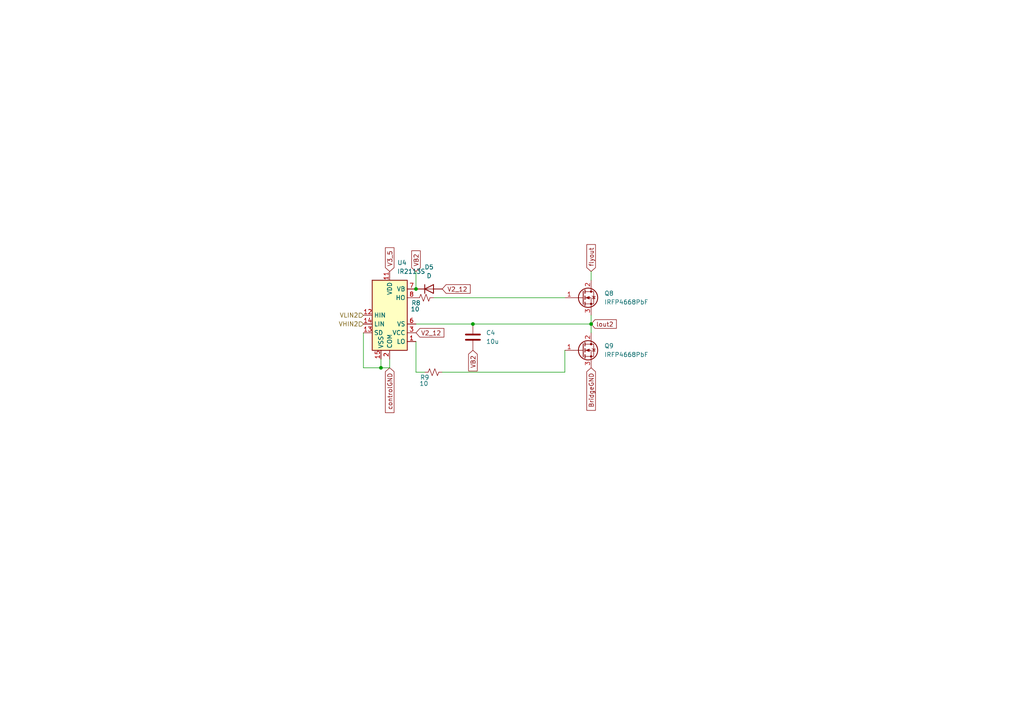
<source format=kicad_sch>
(kicad_sch
	(version 20231120)
	(generator "eeschema")
	(generator_version "8.0")
	(uuid "21237642-0fb2-4c9d-9a79-a382abbf03e9")
	(paper "A4")
	(lib_symbols
		(symbol "Device:C"
			(pin_numbers hide)
			(pin_names
				(offset 0.254)
			)
			(exclude_from_sim no)
			(in_bom yes)
			(on_board yes)
			(property "Reference" "C"
				(at 0.635 2.54 0)
				(effects
					(font
						(size 1.27 1.27)
					)
					(justify left)
				)
			)
			(property "Value" "C"
				(at 0.635 -2.54 0)
				(effects
					(font
						(size 1.27 1.27)
					)
					(justify left)
				)
			)
			(property "Footprint" ""
				(at 0.9652 -3.81 0)
				(effects
					(font
						(size 1.27 1.27)
					)
					(hide yes)
				)
			)
			(property "Datasheet" "~"
				(at 0 0 0)
				(effects
					(font
						(size 1.27 1.27)
					)
					(hide yes)
				)
			)
			(property "Description" "Unpolarized capacitor"
				(at 0 0 0)
				(effects
					(font
						(size 1.27 1.27)
					)
					(hide yes)
				)
			)
			(property "ki_keywords" "cap capacitor"
				(at 0 0 0)
				(effects
					(font
						(size 1.27 1.27)
					)
					(hide yes)
				)
			)
			(property "ki_fp_filters" "C_*"
				(at 0 0 0)
				(effects
					(font
						(size 1.27 1.27)
					)
					(hide yes)
				)
			)
			(symbol "C_0_1"
				(polyline
					(pts
						(xy -2.032 -0.762) (xy 2.032 -0.762)
					)
					(stroke
						(width 0.508)
						(type default)
					)
					(fill
						(type none)
					)
				)
				(polyline
					(pts
						(xy -2.032 0.762) (xy 2.032 0.762)
					)
					(stroke
						(width 0.508)
						(type default)
					)
					(fill
						(type none)
					)
				)
			)
			(symbol "C_1_1"
				(pin passive line
					(at 0 3.81 270)
					(length 2.794)
					(name "~"
						(effects
							(font
								(size 1.27 1.27)
							)
						)
					)
					(number "1"
						(effects
							(font
								(size 1.27 1.27)
							)
						)
					)
				)
				(pin passive line
					(at 0 -3.81 90)
					(length 2.794)
					(name "~"
						(effects
							(font
								(size 1.27 1.27)
							)
						)
					)
					(number "2"
						(effects
							(font
								(size 1.27 1.27)
							)
						)
					)
				)
			)
		)
		(symbol "Device:D"
			(pin_numbers hide)
			(pin_names
				(offset 1.016) hide)
			(exclude_from_sim no)
			(in_bom yes)
			(on_board yes)
			(property "Reference" "D"
				(at 0 2.54 0)
				(effects
					(font
						(size 1.27 1.27)
					)
				)
			)
			(property "Value" "D"
				(at 0 -2.54 0)
				(effects
					(font
						(size 1.27 1.27)
					)
				)
			)
			(property "Footprint" ""
				(at 0 0 0)
				(effects
					(font
						(size 1.27 1.27)
					)
					(hide yes)
				)
			)
			(property "Datasheet" "~"
				(at 0 0 0)
				(effects
					(font
						(size 1.27 1.27)
					)
					(hide yes)
				)
			)
			(property "Description" "Diode"
				(at 0 0 0)
				(effects
					(font
						(size 1.27 1.27)
					)
					(hide yes)
				)
			)
			(property "Sim.Device" "D"
				(at 0 0 0)
				(effects
					(font
						(size 1.27 1.27)
					)
					(hide yes)
				)
			)
			(property "Sim.Pins" "1=K 2=A"
				(at 0 0 0)
				(effects
					(font
						(size 1.27 1.27)
					)
					(hide yes)
				)
			)
			(property "ki_keywords" "diode"
				(at 0 0 0)
				(effects
					(font
						(size 1.27 1.27)
					)
					(hide yes)
				)
			)
			(property "ki_fp_filters" "TO-???* *_Diode_* *SingleDiode* D_*"
				(at 0 0 0)
				(effects
					(font
						(size 1.27 1.27)
					)
					(hide yes)
				)
			)
			(symbol "D_0_1"
				(polyline
					(pts
						(xy -1.27 1.27) (xy -1.27 -1.27)
					)
					(stroke
						(width 0.254)
						(type default)
					)
					(fill
						(type none)
					)
				)
				(polyline
					(pts
						(xy 1.27 0) (xy -1.27 0)
					)
					(stroke
						(width 0)
						(type default)
					)
					(fill
						(type none)
					)
				)
				(polyline
					(pts
						(xy 1.27 1.27) (xy 1.27 -1.27) (xy -1.27 0) (xy 1.27 1.27)
					)
					(stroke
						(width 0.254)
						(type default)
					)
					(fill
						(type none)
					)
				)
			)
			(symbol "D_1_1"
				(pin passive line
					(at -3.81 0 0)
					(length 2.54)
					(name "K"
						(effects
							(font
								(size 1.27 1.27)
							)
						)
					)
					(number "1"
						(effects
							(font
								(size 1.27 1.27)
							)
						)
					)
				)
				(pin passive line
					(at 3.81 0 180)
					(length 2.54)
					(name "A"
						(effects
							(font
								(size 1.27 1.27)
							)
						)
					)
					(number "2"
						(effects
							(font
								(size 1.27 1.27)
							)
						)
					)
				)
			)
		)
		(symbol "Device:R_Small_US"
			(pin_numbers hide)
			(pin_names
				(offset 0.254) hide)
			(exclude_from_sim no)
			(in_bom yes)
			(on_board yes)
			(property "Reference" "R"
				(at 0.762 0.508 0)
				(effects
					(font
						(size 1.27 1.27)
					)
					(justify left)
				)
			)
			(property "Value" "R_Small_US"
				(at 0.762 -1.016 0)
				(effects
					(font
						(size 1.27 1.27)
					)
					(justify left)
				)
			)
			(property "Footprint" ""
				(at 0 0 0)
				(effects
					(font
						(size 1.27 1.27)
					)
					(hide yes)
				)
			)
			(property "Datasheet" "~"
				(at 0 0 0)
				(effects
					(font
						(size 1.27 1.27)
					)
					(hide yes)
				)
			)
			(property "Description" "Resistor, small US symbol"
				(at 0 0 0)
				(effects
					(font
						(size 1.27 1.27)
					)
					(hide yes)
				)
			)
			(property "ki_keywords" "r resistor"
				(at 0 0 0)
				(effects
					(font
						(size 1.27 1.27)
					)
					(hide yes)
				)
			)
			(property "ki_fp_filters" "R_*"
				(at 0 0 0)
				(effects
					(font
						(size 1.27 1.27)
					)
					(hide yes)
				)
			)
			(symbol "R_Small_US_1_1"
				(polyline
					(pts
						(xy 0 0) (xy 1.016 -0.381) (xy 0 -0.762) (xy -1.016 -1.143) (xy 0 -1.524)
					)
					(stroke
						(width 0)
						(type default)
					)
					(fill
						(type none)
					)
				)
				(polyline
					(pts
						(xy 0 1.524) (xy 1.016 1.143) (xy 0 0.762) (xy -1.016 0.381) (xy 0 0)
					)
					(stroke
						(width 0)
						(type default)
					)
					(fill
						(type none)
					)
				)
				(pin passive line
					(at 0 2.54 270)
					(length 1.016)
					(name "~"
						(effects
							(font
								(size 1.27 1.27)
							)
						)
					)
					(number "1"
						(effects
							(font
								(size 1.27 1.27)
							)
						)
					)
				)
				(pin passive line
					(at 0 -2.54 90)
					(length 1.016)
					(name "~"
						(effects
							(font
								(size 1.27 1.27)
							)
						)
					)
					(number "2"
						(effects
							(font
								(size 1.27 1.27)
							)
						)
					)
				)
			)
		)
		(symbol "Driver_FET:IR2113S"
			(exclude_from_sim no)
			(in_bom yes)
			(on_board yes)
			(property "Reference" "U"
				(at 1.27 13.335 0)
				(effects
					(font
						(size 1.27 1.27)
					)
					(justify left)
				)
			)
			(property "Value" "IR2113S"
				(at 1.27 11.43 0)
				(effects
					(font
						(size 1.27 1.27)
					)
					(justify left)
				)
			)
			(property "Footprint" "Package_SO:SOIC-16W_7.5x10.3mm_P1.27mm"
				(at 0 0 0)
				(effects
					(font
						(size 1.27 1.27)
						(italic yes)
					)
					(hide yes)
				)
			)
			(property "Datasheet" "https://www.infineon.com/dgdl/ir2110.pdf?fileId=5546d462533600a4015355c80333167e"
				(at 0 0 0)
				(effects
					(font
						(size 1.27 1.27)
					)
					(hide yes)
				)
			)
			(property "Description" "High and Low Side Driver, 500V, 2.0/2.0A, SOIC-16W"
				(at 0 0 0)
				(effects
					(font
						(size 1.27 1.27)
					)
					(hide yes)
				)
			)
			(property "ki_keywords" "Gate Driver"
				(at 0 0 0)
				(effects
					(font
						(size 1.27 1.27)
					)
					(hide yes)
				)
			)
			(property "ki_fp_filters" "SOIC*7.5x10.3mm*P1.27mm*"
				(at 0 0 0)
				(effects
					(font
						(size 1.27 1.27)
					)
					(hide yes)
				)
			)
			(symbol "IR2113S_0_1"
				(rectangle
					(start -5.08 -10.16)
					(end 5.08 10.16)
					(stroke
						(width 0.254)
						(type default)
					)
					(fill
						(type background)
					)
				)
			)
			(symbol "IR2113S_1_1"
				(pin output line
					(at 7.62 -7.62 180)
					(length 2.54)
					(name "LO"
						(effects
							(font
								(size 1.27 1.27)
							)
						)
					)
					(number "1"
						(effects
							(font
								(size 1.27 1.27)
							)
						)
					)
				)
				(pin no_connect line
					(at 5.08 2.54 180)
					(length 2.54) hide
					(name "NC"
						(effects
							(font
								(size 1.27 1.27)
							)
						)
					)
					(number "10"
						(effects
							(font
								(size 1.27 1.27)
							)
						)
					)
				)
				(pin power_in line
					(at 0 12.7 270)
					(length 2.54)
					(name "VDD"
						(effects
							(font
								(size 1.27 1.27)
							)
						)
					)
					(number "11"
						(effects
							(font
								(size 1.27 1.27)
							)
						)
					)
				)
				(pin input line
					(at -7.62 0 0)
					(length 2.54)
					(name "HIN"
						(effects
							(font
								(size 1.27 1.27)
							)
						)
					)
					(number "12"
						(effects
							(font
								(size 1.27 1.27)
							)
						)
					)
				)
				(pin input line
					(at -7.62 -5.08 0)
					(length 2.54)
					(name "SD"
						(effects
							(font
								(size 1.27 1.27)
							)
						)
					)
					(number "13"
						(effects
							(font
								(size 1.27 1.27)
							)
						)
					)
				)
				(pin input line
					(at -7.62 -2.54 0)
					(length 2.54)
					(name "LIN"
						(effects
							(font
								(size 1.27 1.27)
							)
						)
					)
					(number "14"
						(effects
							(font
								(size 1.27 1.27)
							)
						)
					)
				)
				(pin power_in line
					(at -2.54 -12.7 90)
					(length 2.54)
					(name "VSS"
						(effects
							(font
								(size 1.27 1.27)
							)
						)
					)
					(number "15"
						(effects
							(font
								(size 1.27 1.27)
							)
						)
					)
				)
				(pin no_connect line
					(at 5.08 0 180)
					(length 2.54) hide
					(name "NC"
						(effects
							(font
								(size 1.27 1.27)
							)
						)
					)
					(number "16"
						(effects
							(font
								(size 1.27 1.27)
							)
						)
					)
				)
				(pin power_in line
					(at 0 -12.7 90)
					(length 2.54)
					(name "COM"
						(effects
							(font
								(size 1.27 1.27)
							)
						)
					)
					(number "2"
						(effects
							(font
								(size 1.27 1.27)
							)
						)
					)
				)
				(pin power_in line
					(at 7.62 -5.08 180)
					(length 2.54)
					(name "VCC"
						(effects
							(font
								(size 1.27 1.27)
							)
						)
					)
					(number "3"
						(effects
							(font
								(size 1.27 1.27)
							)
						)
					)
				)
				(pin no_connect line
					(at -5.08 7.62 0)
					(length 2.54) hide
					(name "NC"
						(effects
							(font
								(size 1.27 1.27)
							)
						)
					)
					(number "4"
						(effects
							(font
								(size 1.27 1.27)
							)
						)
					)
				)
				(pin no_connect line
					(at -5.08 5.08 0)
					(length 2.54) hide
					(name "NC"
						(effects
							(font
								(size 1.27 1.27)
							)
						)
					)
					(number "5"
						(effects
							(font
								(size 1.27 1.27)
							)
						)
					)
				)
				(pin passive line
					(at 7.62 -2.54 180)
					(length 2.54)
					(name "VS"
						(effects
							(font
								(size 1.27 1.27)
							)
						)
					)
					(number "6"
						(effects
							(font
								(size 1.27 1.27)
							)
						)
					)
				)
				(pin passive line
					(at 7.62 7.62 180)
					(length 2.54)
					(name "VB"
						(effects
							(font
								(size 1.27 1.27)
							)
						)
					)
					(number "7"
						(effects
							(font
								(size 1.27 1.27)
							)
						)
					)
				)
				(pin output line
					(at 7.62 5.08 180)
					(length 2.54)
					(name "HO"
						(effects
							(font
								(size 1.27 1.27)
							)
						)
					)
					(number "8"
						(effects
							(font
								(size 1.27 1.27)
							)
						)
					)
				)
				(pin no_connect line
					(at -5.08 2.54 0)
					(length 2.54) hide
					(name "NC"
						(effects
							(font
								(size 1.27 1.27)
							)
						)
					)
					(number "9"
						(effects
							(font
								(size 1.27 1.27)
							)
						)
					)
				)
			)
		)
		(symbol "Transistor_FET:IRFP4668PbF"
			(pin_names hide)
			(exclude_from_sim no)
			(in_bom yes)
			(on_board yes)
			(property "Reference" "Q"
				(at 5.08 1.905 0)
				(effects
					(font
						(size 1.27 1.27)
					)
					(justify left)
				)
			)
			(property "Value" "IRFP4668PbF"
				(at 5.08 0 0)
				(effects
					(font
						(size 1.27 1.27)
					)
					(justify left)
				)
			)
			(property "Footprint" "Package_TO_SOT_THT:TO-247-3_Vertical"
				(at 5.08 -1.905 0)
				(effects
					(font
						(size 1.27 1.27)
						(italic yes)
					)
					(justify left)
					(hide yes)
				)
			)
			(property "Datasheet" "https://www.infineon.com/dgdl/irfp4668pbf.pdf?fileId=5546d462533600a40153562c8528201d"
				(at 5.08 -3.81 0)
				(effects
					(font
						(size 1.27 1.27)
					)
					(justify left)
					(hide yes)
				)
			)
			(property "Description" "130A Id, 200V Vds, N-Channel Power MOSFET, TO-247"
				(at 0 0 0)
				(effects
					(font
						(size 1.27 1.27)
					)
					(hide yes)
				)
			)
			(property "ki_keywords" "N-Channel Power MOSFET"
				(at 0 0 0)
				(effects
					(font
						(size 1.27 1.27)
					)
					(hide yes)
				)
			)
			(property "ki_fp_filters" "TO?247*"
				(at 0 0 0)
				(effects
					(font
						(size 1.27 1.27)
					)
					(hide yes)
				)
			)
			(symbol "IRFP4668PbF_0_1"
				(polyline
					(pts
						(xy 0.254 0) (xy -2.54 0)
					)
					(stroke
						(width 0)
						(type default)
					)
					(fill
						(type none)
					)
				)
				(polyline
					(pts
						(xy 0.254 1.905) (xy 0.254 -1.905)
					)
					(stroke
						(width 0.254)
						(type default)
					)
					(fill
						(type none)
					)
				)
				(polyline
					(pts
						(xy 0.762 -1.27) (xy 0.762 -2.286)
					)
					(stroke
						(width 0.254)
						(type default)
					)
					(fill
						(type none)
					)
				)
				(polyline
					(pts
						(xy 0.762 0.508) (xy 0.762 -0.508)
					)
					(stroke
						(width 0.254)
						(type default)
					)
					(fill
						(type none)
					)
				)
				(polyline
					(pts
						(xy 0.762 2.286) (xy 0.762 1.27)
					)
					(stroke
						(width 0.254)
						(type default)
					)
					(fill
						(type none)
					)
				)
				(polyline
					(pts
						(xy 2.54 2.54) (xy 2.54 1.778)
					)
					(stroke
						(width 0)
						(type default)
					)
					(fill
						(type none)
					)
				)
				(polyline
					(pts
						(xy 2.54 -2.54) (xy 2.54 0) (xy 0.762 0)
					)
					(stroke
						(width 0)
						(type default)
					)
					(fill
						(type none)
					)
				)
				(polyline
					(pts
						(xy 0.762 -1.778) (xy 3.302 -1.778) (xy 3.302 1.778) (xy 0.762 1.778)
					)
					(stroke
						(width 0)
						(type default)
					)
					(fill
						(type none)
					)
				)
				(polyline
					(pts
						(xy 1.016 0) (xy 2.032 0.381) (xy 2.032 -0.381) (xy 1.016 0)
					)
					(stroke
						(width 0)
						(type default)
					)
					(fill
						(type outline)
					)
				)
				(polyline
					(pts
						(xy 2.794 0.508) (xy 2.921 0.381) (xy 3.683 0.381) (xy 3.81 0.254)
					)
					(stroke
						(width 0)
						(type default)
					)
					(fill
						(type none)
					)
				)
				(polyline
					(pts
						(xy 3.302 0.381) (xy 2.921 -0.254) (xy 3.683 -0.254) (xy 3.302 0.381)
					)
					(stroke
						(width 0)
						(type default)
					)
					(fill
						(type none)
					)
				)
				(circle
					(center 1.651 0)
					(radius 2.794)
					(stroke
						(width 0.254)
						(type default)
					)
					(fill
						(type none)
					)
				)
				(circle
					(center 2.54 -1.778)
					(radius 0.254)
					(stroke
						(width 0)
						(type default)
					)
					(fill
						(type outline)
					)
				)
				(circle
					(center 2.54 1.778)
					(radius 0.254)
					(stroke
						(width 0)
						(type default)
					)
					(fill
						(type outline)
					)
				)
			)
			(symbol "IRFP4668PbF_1_1"
				(pin input line
					(at -5.08 0 0)
					(length 2.54)
					(name "G"
						(effects
							(font
								(size 1.27 1.27)
							)
						)
					)
					(number "1"
						(effects
							(font
								(size 1.27 1.27)
							)
						)
					)
				)
				(pin passive line
					(at 2.54 5.08 270)
					(length 2.54)
					(name "D"
						(effects
							(font
								(size 1.27 1.27)
							)
						)
					)
					(number "2"
						(effects
							(font
								(size 1.27 1.27)
							)
						)
					)
				)
				(pin passive line
					(at 2.54 -5.08 90)
					(length 2.54)
					(name "S"
						(effects
							(font
								(size 1.27 1.27)
							)
						)
					)
					(number "3"
						(effects
							(font
								(size 1.27 1.27)
							)
						)
					)
				)
			)
		)
	)
	(junction
		(at 171.45 93.98)
		(diameter 0)
		(color 0 0 0 0)
		(uuid "15b1fed1-58e2-405b-a198-7b28085cfea2")
	)
	(junction
		(at 110.49 106.68)
		(diameter 0)
		(color 0 0 0 0)
		(uuid "a19fc2a4-241e-436b-b69c-bc1740731a05")
	)
	(junction
		(at 137.16 93.98)
		(diameter 0)
		(color 0 0 0 0)
		(uuid "c5e337ac-f9f0-4931-baed-72733ddc1ca0")
	)
	(junction
		(at 120.65 83.82)
		(diameter 0)
		(color 0 0 0 0)
		(uuid "db9676fa-aa37-4334-b7a7-89ede034fbb1")
	)
	(wire
		(pts
			(xy 171.45 93.98) (xy 171.45 96.52)
		)
		(stroke
			(width 0)
			(type default)
		)
		(uuid "18554665-7d02-4023-bff7-9e7ac1340171")
	)
	(wire
		(pts
			(xy 110.49 104.14) (xy 110.49 106.68)
		)
		(stroke
			(width 0)
			(type default)
		)
		(uuid "22581ada-d0ac-42b0-9f8a-8bc65fe5a4c7")
	)
	(wire
		(pts
			(xy 171.45 78.74) (xy 171.45 81.28)
		)
		(stroke
			(width 0)
			(type default)
		)
		(uuid "25014055-9ac3-4e58-8892-64b1dde409c2")
	)
	(wire
		(pts
			(xy 163.83 107.95) (xy 163.83 101.6)
		)
		(stroke
			(width 0)
			(type default)
		)
		(uuid "3780d0c5-d686-4d63-ac54-e9f8f065f6fc")
	)
	(wire
		(pts
			(xy 120.65 93.98) (xy 137.16 93.98)
		)
		(stroke
			(width 0)
			(type default)
		)
		(uuid "395bd278-c4ac-4993-916b-db18b2bc568e")
	)
	(wire
		(pts
			(xy 110.49 106.68) (xy 113.03 106.68)
		)
		(stroke
			(width 0)
			(type default)
		)
		(uuid "3f6e1126-118b-45d6-b721-81e95faa1100")
	)
	(wire
		(pts
			(xy 105.41 106.68) (xy 110.49 106.68)
		)
		(stroke
			(width 0)
			(type default)
		)
		(uuid "4e8d4f51-104a-451f-93f7-a3b42f0ea153")
	)
	(wire
		(pts
			(xy 120.65 107.95) (xy 123.19 107.95)
		)
		(stroke
			(width 0)
			(type default)
		)
		(uuid "52cb495b-3d42-485a-82cb-4e29cb6b156d")
	)
	(wire
		(pts
			(xy 137.16 93.98) (xy 171.45 93.98)
		)
		(stroke
			(width 0)
			(type default)
		)
		(uuid "6c46fa4b-9c68-407b-a332-68eee2143381")
	)
	(wire
		(pts
			(xy 120.65 99.06) (xy 120.65 107.95)
		)
		(stroke
			(width 0)
			(type default)
		)
		(uuid "7aed5f51-ffa0-4ded-a470-db42f8ca8ca7")
	)
	(wire
		(pts
			(xy 105.41 96.52) (xy 105.41 106.68)
		)
		(stroke
			(width 0)
			(type default)
		)
		(uuid "8a9297be-8ce2-4020-bdef-5d3808e3ec33")
	)
	(wire
		(pts
			(xy 120.65 78.74) (xy 120.65 83.82)
		)
		(stroke
			(width 0)
			(type default)
		)
		(uuid "9f986cf4-782d-4db9-b4fa-dd95dfacf37e")
	)
	(wire
		(pts
			(xy 128.27 107.95) (xy 163.83 107.95)
		)
		(stroke
			(width 0)
			(type default)
		)
		(uuid "bf92dc03-c9ae-4a24-8480-5e9c2b5060e7")
	)
	(wire
		(pts
			(xy 113.03 106.68) (xy 113.03 104.14)
		)
		(stroke
			(width 0)
			(type default)
		)
		(uuid "ca4638bc-e15b-4e1f-8ba6-a567dd58a9ac")
	)
	(wire
		(pts
			(xy 171.45 91.44) (xy 171.45 93.98)
		)
		(stroke
			(width 0)
			(type default)
		)
		(uuid "dee7d5a5-8cfe-445a-ab67-8f7226ca53a2")
	)
	(wire
		(pts
			(xy 125.73 86.36) (xy 163.83 86.36)
		)
		(stroke
			(width 0)
			(type default)
		)
		(uuid "e177dbce-0ee9-4455-b7e9-3e2e478b09ea")
	)
	(global_label "V2_12"
		(shape input)
		(at 120.65 96.52 0)
		(fields_autoplaced yes)
		(effects
			(font
				(size 1.27 1.27)
			)
			(justify left)
		)
		(uuid "24b0dbe8-ab7a-4605-a084-ab194679365d")
		(property "Intersheetrefs" "${INTERSHEET_REFS}"
			(at 129.3199 96.52 0)
			(effects
				(font
					(size 1.27 1.27)
				)
				(justify left)
				(hide yes)
			)
		)
	)
	(global_label "flyout"
		(shape input)
		(at 171.45 78.74 90)
		(fields_autoplaced yes)
		(effects
			(font
				(size 1.27 1.27)
			)
			(justify left)
		)
		(uuid "3f5cede5-9c28-473e-92cc-14c0ddf06a68")
		(property "Intersheetrefs" "${INTERSHEET_REFS}"
			(at 171.45 70.3726 90)
			(effects
				(font
					(size 1.27 1.27)
				)
				(justify left)
				(hide yes)
			)
		)
	)
	(global_label "V2_12"
		(shape input)
		(at 128.27 83.82 0)
		(fields_autoplaced yes)
		(effects
			(font
				(size 1.27 1.27)
			)
			(justify left)
		)
		(uuid "56a8d65a-2687-4b4d-826f-3caa88107be8")
		(property "Intersheetrefs" "${INTERSHEET_REFS}"
			(at 136.9399 83.82 0)
			(effects
				(font
					(size 1.27 1.27)
				)
				(justify left)
				(hide yes)
			)
		)
	)
	(global_label "VB2"
		(shape input)
		(at 137.16 101.6 270)
		(fields_autoplaced yes)
		(effects
			(font
				(size 1.27 1.27)
			)
			(justify right)
		)
		(uuid "5723cf95-42d3-4bfb-8459-7e570788a595")
		(property "Intersheetrefs" "${INTERSHEET_REFS}"
			(at 137.16 108.1533 90)
			(effects
				(font
					(size 1.27 1.27)
				)
				(justify right)
				(hide yes)
			)
		)
	)
	(global_label "controlGND"
		(shape input)
		(at 113.03 106.68 270)
		(fields_autoplaced yes)
		(effects
			(font
				(size 1.27 1.27)
			)
			(justify right)
		)
		(uuid "7252cc05-7d92-443f-8f21-3846521feec5")
		(property "Intersheetrefs" "${INTERSHEET_REFS}"
			(at 113.03 120.2484 90)
			(effects
				(font
					(size 1.27 1.27)
				)
				(justify right)
				(hide yes)
			)
		)
	)
	(global_label "lout2"
		(shape input)
		(at 171.45 93.98 0)
		(fields_autoplaced yes)
		(effects
			(font
				(size 1.27 1.27)
			)
			(justify left)
		)
		(uuid "7620d762-ab48-4dcc-be0f-53f6910be1ff")
		(property "Intersheetrefs" "${INTERSHEET_REFS}"
			(at 179.3336 93.98 0)
			(effects
				(font
					(size 1.27 1.27)
				)
				(justify left)
				(hide yes)
			)
		)
	)
	(global_label "BridgeGND"
		(shape input)
		(at 171.45 106.68 270)
		(fields_autoplaced yes)
		(effects
			(font
				(size 1.27 1.27)
			)
			(justify right)
		)
		(uuid "99aae7ca-44bd-4f11-8724-ec82892498d2")
		(property "Intersheetrefs" "${INTERSHEET_REFS}"
			(at 171.45 119.5833 90)
			(effects
				(font
					(size 1.27 1.27)
				)
				(justify right)
				(hide yes)
			)
		)
	)
	(global_label "V3_5"
		(shape input)
		(at 113.03 78.74 90)
		(fields_autoplaced yes)
		(effects
			(font
				(size 1.27 1.27)
			)
			(justify left)
		)
		(uuid "c3edd193-65ac-440c-a236-7dbf0a378ca5")
		(property "Intersheetrefs" "${INTERSHEET_REFS}"
			(at 113.03 71.2796 90)
			(effects
				(font
					(size 1.27 1.27)
				)
				(justify left)
				(hide yes)
			)
		)
	)
	(global_label "VB2"
		(shape input)
		(at 120.65 78.74 90)
		(fields_autoplaced yes)
		(effects
			(font
				(size 1.27 1.27)
			)
			(justify left)
		)
		(uuid "ee0bbfc2-4f43-4193-88fa-1c52a30752fb")
		(property "Intersheetrefs" "${INTERSHEET_REFS}"
			(at 120.65 72.1867 90)
			(effects
				(font
					(size 1.27 1.27)
				)
				(justify left)
				(hide yes)
			)
		)
	)
	(hierarchical_label "VLIN2"
		(shape input)
		(at 105.41 91.44 180)
		(fields_autoplaced yes)
		(effects
			(font
				(size 1.27 1.27)
			)
			(justify right)
		)
		(uuid "1e8e7c62-d29a-456f-9329-f67108cdbbea")
	)
	(hierarchical_label "VHIN2"
		(shape input)
		(at 105.41 93.98 180)
		(fields_autoplaced yes)
		(effects
			(font
				(size 1.27 1.27)
			)
			(justify right)
		)
		(uuid "d6c0539c-a01e-4683-bbd1-65d61a4160ab")
	)
	(symbol
		(lib_id "Device:C")
		(at 137.16 97.79 0)
		(unit 1)
		(exclude_from_sim no)
		(in_bom yes)
		(on_board yes)
		(dnp no)
		(fields_autoplaced yes)
		(uuid "0ac69ed9-df2b-4aea-9a84-ce549bc6ad8e")
		(property "Reference" "C4"
			(at 140.97 96.5199 0)
			(effects
				(font
					(size 1.27 1.27)
				)
				(justify left)
			)
		)
		(property "Value" "10u"
			(at 140.97 99.0599 0)
			(effects
				(font
					(size 1.27 1.27)
				)
				(justify left)
			)
		)
		(property "Footprint" "Capacitor_SMD:C_01005_0402Metric"
			(at 138.1252 101.6 0)
			(effects
				(font
					(size 1.27 1.27)
				)
				(hide yes)
			)
		)
		(property "Datasheet" "~"
			(at 137.16 97.79 0)
			(effects
				(font
					(size 1.27 1.27)
				)
				(hide yes)
			)
		)
		(property "Description" "Unpolarized capacitor"
			(at 137.16 97.79 0)
			(effects
				(font
					(size 1.27 1.27)
				)
				(hide yes)
			)
		)
		(pin "2"
			(uuid "549b7495-8515-41be-9959-23d592898d65")
		)
		(pin "1"
			(uuid "0d51f414-c3e6-4a14-8b95-a0f8d1386527")
		)
		(instances
			(project ""
				(path "/edf94242-0cdc-4580-8fae-fd56a0fef1a3/4ef6125f-d48c-4cdc-8ecc-782b01e6efd7/c535be32-88b2-4136-9db1-2c637c5fea54"
					(reference "C4")
					(unit 1)
				)
			)
		)
	)
	(symbol
		(lib_id "Transistor_FET:IRFP4668PbF")
		(at 168.91 101.6 0)
		(unit 1)
		(exclude_from_sim no)
		(in_bom yes)
		(on_board yes)
		(dnp no)
		(fields_autoplaced yes)
		(uuid "0ba206a5-69e7-4a62-8e21-6e39c0c60547")
		(property "Reference" "Q9"
			(at 175.26 100.3299 0)
			(effects
				(font
					(size 1.27 1.27)
				)
				(justify left)
			)
		)
		(property "Value" "IRFP4668PbF"
			(at 175.26 102.8699 0)
			(effects
				(font
					(size 1.27 1.27)
				)
				(justify left)
			)
		)
		(property "Footprint" "Package_TO_SOT_SMD:SC-59_Handsoldering"
			(at 173.99 103.505 0)
			(effects
				(font
					(size 1.27 1.27)
					(italic yes)
				)
				(justify left)
				(hide yes)
			)
		)
		(property "Datasheet" "https://www.infineon.com/dgdl/irfp4668pbf.pdf?fileId=5546d462533600a40153562c8528201d"
			(at 173.99 105.41 0)
			(effects
				(font
					(size 1.27 1.27)
				)
				(justify left)
				(hide yes)
			)
		)
		(property "Description" "130A Id, 200V Vds, N-Channel Power MOSFET, TO-247"
			(at 168.91 101.6 0)
			(effects
				(font
					(size 1.27 1.27)
				)
				(hide yes)
			)
		)
		(pin "1"
			(uuid "88b015ef-4bc7-47eb-bae8-ed51e8871568")
		)
		(pin "2"
			(uuid "5c3a7572-df58-43d7-9490-16fccf3e7759")
		)
		(pin "3"
			(uuid "b7e80ea6-ea26-411e-a5fd-724947517866")
		)
		(instances
			(project ""
				(path "/edf94242-0cdc-4580-8fae-fd56a0fef1a3/4ef6125f-d48c-4cdc-8ecc-782b01e6efd7/c535be32-88b2-4136-9db1-2c637c5fea54"
					(reference "Q9")
					(unit 1)
				)
			)
		)
	)
	(symbol
		(lib_id "Device:R_Small_US")
		(at 125.73 107.95 90)
		(unit 1)
		(exclude_from_sim no)
		(in_bom yes)
		(on_board yes)
		(dnp no)
		(uuid "2ba4207d-ff36-4ce8-9536-d86b7d3b0004")
		(property "Reference" "R9"
			(at 123.19 109.474 90)
			(effects
				(font
					(size 1.27 1.27)
				)
			)
		)
		(property "Value" "10"
			(at 122.936 111.252 90)
			(effects
				(font
					(size 1.27 1.27)
				)
			)
		)
		(property "Footprint" "Resistor_SMD:R_01005_0402Metric"
			(at 125.73 107.95 0)
			(effects
				(font
					(size 1.27 1.27)
				)
				(hide yes)
			)
		)
		(property "Datasheet" "~"
			(at 125.73 107.95 0)
			(effects
				(font
					(size 1.27 1.27)
				)
				(hide yes)
			)
		)
		(property "Description" "Resistor, small US symbol"
			(at 125.73 107.95 0)
			(effects
				(font
					(size 1.27 1.27)
				)
				(hide yes)
			)
		)
		(pin "2"
			(uuid "b0be22ff-d9c3-4545-81bb-13b100bfb456")
		)
		(pin "1"
			(uuid "5b3e2fe5-bd2f-45de-bd7a-83a1556fe752")
		)
		(instances
			(project ""
				(path "/edf94242-0cdc-4580-8fae-fd56a0fef1a3/4ef6125f-d48c-4cdc-8ecc-782b01e6efd7/c535be32-88b2-4136-9db1-2c637c5fea54"
					(reference "R9")
					(unit 1)
				)
			)
		)
	)
	(symbol
		(lib_id "Device:D")
		(at 124.46 83.82 0)
		(unit 1)
		(exclude_from_sim no)
		(in_bom yes)
		(on_board yes)
		(dnp no)
		(fields_autoplaced yes)
		(uuid "5363ac74-5d83-4fb8-a90f-fb5fe6bfc189")
		(property "Reference" "D5"
			(at 124.46 77.47 0)
			(effects
				(font
					(size 1.27 1.27)
				)
			)
		)
		(property "Value" "D"
			(at 124.46 80.01 0)
			(effects
				(font
					(size 1.27 1.27)
				)
			)
		)
		(property "Footprint" "Diode_SMD:D_1206_3216Metric_Pad1.42x1.75mm_HandSolder"
			(at 124.46 83.82 0)
			(effects
				(font
					(size 1.27 1.27)
				)
				(hide yes)
			)
		)
		(property "Datasheet" "~"
			(at 124.46 83.82 0)
			(effects
				(font
					(size 1.27 1.27)
				)
				(hide yes)
			)
		)
		(property "Description" "Diode"
			(at 124.46 83.82 0)
			(effects
				(font
					(size 1.27 1.27)
				)
				(hide yes)
			)
		)
		(property "Sim.Device" "D"
			(at 124.46 83.82 0)
			(effects
				(font
					(size 1.27 1.27)
				)
				(hide yes)
			)
		)
		(property "Sim.Pins" "1=K 2=A"
			(at 124.46 83.82 0)
			(effects
				(font
					(size 1.27 1.27)
				)
				(hide yes)
			)
		)
		(pin "1"
			(uuid "f82296f2-57a2-46ec-912e-878d6cc883ab")
		)
		(pin "2"
			(uuid "a99b5186-aae4-4ae0-8486-1c6a36c4c841")
		)
		(instances
			(project ""
				(path "/edf94242-0cdc-4580-8fae-fd56a0fef1a3/4ef6125f-d48c-4cdc-8ecc-782b01e6efd7/c535be32-88b2-4136-9db1-2c637c5fea54"
					(reference "D5")
					(unit 1)
				)
			)
		)
	)
	(symbol
		(lib_id "Device:R_Small_US")
		(at 123.19 86.36 90)
		(unit 1)
		(exclude_from_sim no)
		(in_bom yes)
		(on_board yes)
		(dnp no)
		(uuid "d013ccb3-40e2-4bea-910a-d803ef2a8814")
		(property "Reference" "R8"
			(at 120.65 87.884 90)
			(effects
				(font
					(size 1.27 1.27)
				)
			)
		)
		(property "Value" "10"
			(at 120.396 89.662 90)
			(effects
				(font
					(size 1.27 1.27)
				)
			)
		)
		(property "Footprint" "Resistor_SMD:R_01005_0402Metric"
			(at 123.19 86.36 0)
			(effects
				(font
					(size 1.27 1.27)
				)
				(hide yes)
			)
		)
		(property "Datasheet" "~"
			(at 123.19 86.36 0)
			(effects
				(font
					(size 1.27 1.27)
				)
				(hide yes)
			)
		)
		(property "Description" "Resistor, small US symbol"
			(at 123.19 86.36 0)
			(effects
				(font
					(size 1.27 1.27)
				)
				(hide yes)
			)
		)
		(pin "2"
			(uuid "ba947dcf-c697-42b8-857c-a6bbf6cd6bf3")
		)
		(pin "1"
			(uuid "5a9e1485-54a2-4c89-8158-11f05c5316d9")
		)
		(instances
			(project ""
				(path "/edf94242-0cdc-4580-8fae-fd56a0fef1a3/4ef6125f-d48c-4cdc-8ecc-782b01e6efd7/c535be32-88b2-4136-9db1-2c637c5fea54"
					(reference "R8")
					(unit 1)
				)
			)
		)
	)
	(symbol
		(lib_id "Transistor_FET:IRFP4668PbF")
		(at 168.91 86.36 0)
		(unit 1)
		(exclude_from_sim no)
		(in_bom yes)
		(on_board yes)
		(dnp no)
		(fields_autoplaced yes)
		(uuid "f8aa9af0-934c-418a-bbdb-de9f513415da")
		(property "Reference" "Q8"
			(at 175.26 85.0899 0)
			(effects
				(font
					(size 1.27 1.27)
				)
				(justify left)
			)
		)
		(property "Value" "IRFP4668PbF"
			(at 175.26 87.6299 0)
			(effects
				(font
					(size 1.27 1.27)
				)
				(justify left)
			)
		)
		(property "Footprint" "Package_TO_SOT_SMD:SC-59_Handsoldering"
			(at 173.99 88.265 0)
			(effects
				(font
					(size 1.27 1.27)
					(italic yes)
				)
				(justify left)
				(hide yes)
			)
		)
		(property "Datasheet" "https://www.infineon.com/dgdl/irfp4668pbf.pdf?fileId=5546d462533600a40153562c8528201d"
			(at 173.99 90.17 0)
			(effects
				(font
					(size 1.27 1.27)
				)
				(justify left)
				(hide yes)
			)
		)
		(property "Description" "130A Id, 200V Vds, N-Channel Power MOSFET, TO-247"
			(at 168.91 86.36 0)
			(effects
				(font
					(size 1.27 1.27)
				)
				(hide yes)
			)
		)
		(pin "1"
			(uuid "e0fc046a-0e26-48c0-8735-582f5485b914")
		)
		(pin "2"
			(uuid "c474e27d-337a-4f13-965a-f020fac772f2")
		)
		(pin "3"
			(uuid "5905e554-2498-4cac-8693-2f64deec5e78")
		)
		(instances
			(project ""
				(path "/edf94242-0cdc-4580-8fae-fd56a0fef1a3/4ef6125f-d48c-4cdc-8ecc-782b01e6efd7/c535be32-88b2-4136-9db1-2c637c5fea54"
					(reference "Q8")
					(unit 1)
				)
			)
		)
	)
	(symbol
		(lib_id "Driver_FET:IR2113S")
		(at 113.03 91.44 0)
		(unit 1)
		(exclude_from_sim no)
		(in_bom yes)
		(on_board yes)
		(dnp no)
		(fields_autoplaced yes)
		(uuid "ff4bad9e-f1bd-4dd4-b4db-abb6cc0abc0c")
		(property "Reference" "U4"
			(at 115.2241 76.2 0)
			(effects
				(font
					(size 1.27 1.27)
				)
				(justify left)
			)
		)
		(property "Value" "IR2113S"
			(at 115.2241 78.74 0)
			(effects
				(font
					(size 1.27 1.27)
				)
				(justify left)
			)
		)
		(property "Footprint" "Package_SO:SOIC-16W_7.5x10.3mm_P1.27mm"
			(at 113.03 91.44 0)
			(effects
				(font
					(size 1.27 1.27)
					(italic yes)
				)
				(hide yes)
			)
		)
		(property "Datasheet" "https://www.infineon.com/dgdl/ir2110.pdf?fileId=5546d462533600a4015355c80333167e"
			(at 113.03 91.44 0)
			(effects
				(font
					(size 1.27 1.27)
				)
				(hide yes)
			)
		)
		(property "Description" "High and Low Side Driver, 500V, 2.0/2.0A, SOIC-16W"
			(at 113.03 91.44 0)
			(effects
				(font
					(size 1.27 1.27)
				)
				(hide yes)
			)
		)
		(pin "1"
			(uuid "a87b2680-6895-496c-8efe-5eac288c0bff")
		)
		(pin "6"
			(uuid "61018dba-da3f-477e-ae6f-25ea5903b9c9")
		)
		(pin "15"
			(uuid "30a9ab68-dc1b-48dc-a023-11a30d784e06")
		)
		(pin "8"
			(uuid "7fce8797-3ca3-4a5a-bb3d-117a992b9108")
		)
		(pin "9"
			(uuid "8b4ca21d-0cdc-46e6-891d-3d0cea27eb7b")
		)
		(pin "10"
			(uuid "365d69ed-73af-4630-a879-dfa15e55a1de")
		)
		(pin "7"
			(uuid "d54401e2-4961-4439-9b99-3d0638285524")
		)
		(pin "3"
			(uuid "b4d76569-d58f-4d88-a4c4-4d5082acf544")
		)
		(pin "2"
			(uuid "4cad41bb-a8b8-4f80-8767-fd958156b9bd")
		)
		(pin "11"
			(uuid "9c004469-53ee-47c8-a8a6-243fdcf8a79e")
		)
		(pin "14"
			(uuid "2ffa9931-700f-4150-a7bf-f8acc8a38812")
		)
		(pin "4"
			(uuid "9722f6be-d729-4f88-b662-6cea14a583bf")
		)
		(pin "5"
			(uuid "ea812761-9b75-469d-99c5-ab9e4dbb2527")
		)
		(pin "12"
			(uuid "53faa2cb-b4c5-4df4-ba92-04aa7e47c03e")
		)
		(pin "13"
			(uuid "6c14e4fc-1141-433a-aac2-f49247b0a553")
		)
		(pin "16"
			(uuid "b490484b-a6f3-4cf8-aab3-9664e003f254")
		)
		(instances
			(project ""
				(path "/edf94242-0cdc-4580-8fae-fd56a0fef1a3/4ef6125f-d48c-4cdc-8ecc-782b01e6efd7/c535be32-88b2-4136-9db1-2c637c5fea54"
					(reference "U4")
					(unit 1)
				)
			)
		)
	)
)

</source>
